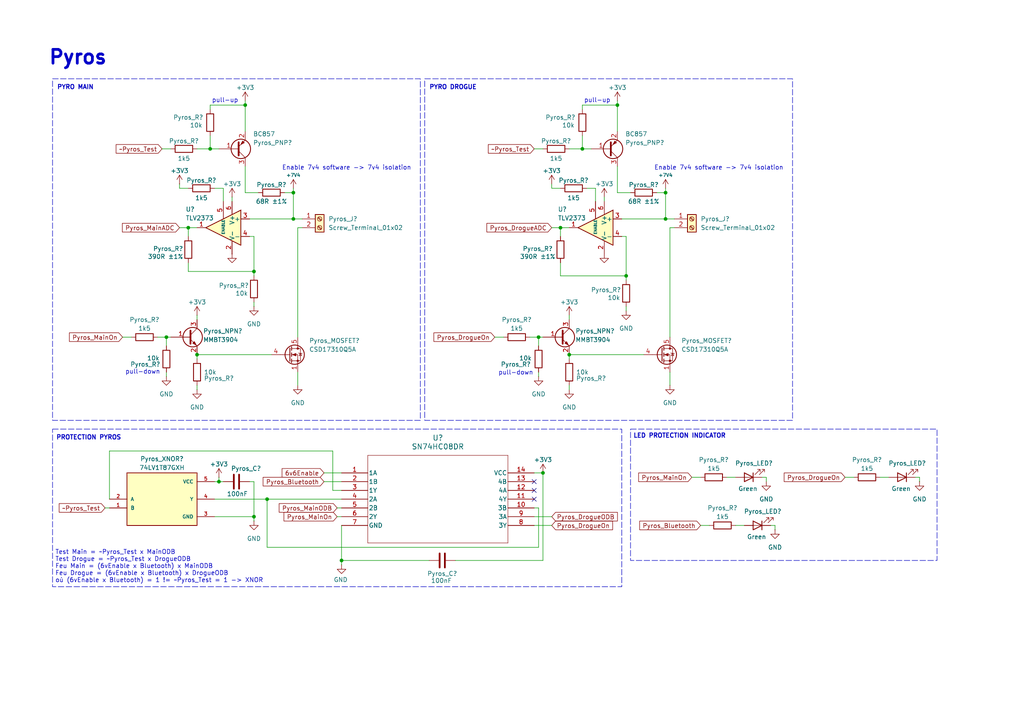
<source format=kicad_sch>
(kicad_sch (version 20231120) (generator "eeschema") (generator_version "8.0")
  (paper "A4")
  (title_block (title "Pyros") (date "2024-11-09") (company "GAUL"))
  (lib_symbols
    (symbol "Amplifier_Operational:OPA355NA" (pin_names (offset 0.127))
      (property "Reference" "U11A" (at 10.922 9.144 0))
      (property "Value" "TLV2373" (at 10.922 6.604 0))
      (symbol "OPA355NA_0_1"
        (polyline (pts (xy -5.08 5.08) (xy 5.08 0) (xy -5.08 -5.08) (xy -5.08 5.08)) (stroke (width 0.254)) (fill (type background)))
      )
      (symbol "OPA355NA_1_1"
        (pin output line (at 7.62 0 180) (length 2.54) (name "~") (number "1"))
        (pin power_in line (at -2.54 -7.62 90) (length 3.81) (name "V-") (number "2"))
        (pin input line (at -7.62 2.54 0) (length 2.54) (name "+") (number "3"))
        (pin input line (at -7.62 -2.54 0) (length 2.54) (name "-") (number "4"))
        (pin input line (at 0 7.62 270) (length 5.08) (name "ENABLE") (number "5"))
        (pin power_in line (at -2.54 7.62 270) (length 3.81) (name "V+") (number "6"))
      )
    )
    (symbol "Connector:Screw_Terminal_01x02" (pin_names (offset 1.016) hide)
      (property "Reference" "J" (at 0 2.54 0))
      (property "Value" "Screw_Terminal_01x02" (at 0 -5.08 0))
      (symbol "Screw_Terminal_01x02_1_1"
        (rectangle (start -1.27 1.27) (end 1.27 -3.81) (stroke (width 0.254)) (fill (type background)))
        (circle (center 0 -2.54) (radius 0.635) (stroke (width 0.1524)))
        (polyline (pts (xy -0.5334 -2.2098) (xy 0.3302 -3.048)) (stroke (width 0.1524)))
        (polyline (pts (xy -0.5334 0.3302) (xy 0.3302 -0.508)) (stroke (width 0.1524)))
        (polyline (pts (xy -0.3556 -2.032) (xy 0.508 -2.8702)) (stroke (width 0.1524)))
        (polyline (pts (xy -0.3556 0.508) (xy 0.508 -0.3302)) (stroke (width 0.1524)))
        (circle (center 0 0) (radius 0.635) (stroke (width 0.1524)))
        (pin passive line (at -5.08 0 0) (length 3.81) (name "Pin_1") (number "1"))
        (pin passive line (at -5.08 -2.54 0) (length 3.81) (name "Pin_2") (number "2"))
      )
    )
    (symbol "Device:C" (pin_numbers hide) (pin_names (offset 0.254))
      (property "Reference" "C" (at 0.635 2.54 0))
      (property "Value" "C" (at 0.635 -2.54 0))
      (symbol "C_0_1"
        (polyline (pts (xy -2.032 -0.762) (xy 2.032 -0.762)) (stroke (width 0.508)))
        (polyline (pts (xy -2.032 0.762) (xy 2.032 0.762)) (stroke (width 0.508)))
      )
      (symbol "C_1_1"
        (pin passive line (at 0 3.81 270) (length 2.794) (name "~") (number "1"))
        (pin passive line (at 0 -3.81 90) (length 2.794) (name "~") (number "2"))
      )
    )
    (symbol "Device:LED" (pin_numbers hide) (pin_names (offset 1.016) hide)
      (property "Reference" "D" (at 0 2.54 0))
      (property "Value" "LED" (at 0 -2.54 0))
      (symbol "LED_0_1"
        (polyline (pts (xy -1.27 -1.27) (xy -1.27 1.27)) (stroke (width 0.254)))
        (polyline (pts (xy -1.27 0) (xy 1.27 0)))
        (polyline (pts (xy 1.27 -1.27) (xy 1.27 1.27) (xy -1.27 0) (xy 1.27 -1.27)) (stroke (width 0.254)))
        (polyline (pts (xy -3.048 -0.762) (xy -4.572 -2.286) (xy -3.81 -2.286) (xy -4.572 -2.286) (xy -4.572 -1.524)))
        (polyline (pts (xy -1.778 -0.762) (xy -3.302 -2.286) (xy -2.54 -2.286) (xy -3.302 -2.286) (xy -3.302 -1.524)))
      )
      (symbol "LED_1_1"
        (pin passive line (at -3.81 0 0) (length 2.54) (name "K") (number "1"))
        (pin passive line (at 3.81 0 180) (length 2.54) (name "A") (number "2"))
      )
    )
    (symbol "Device:R" (pin_numbers hide) (pin_names (offset 0))
      (property "Reference" "R" (at 2.032 0 90))
      (property "Value" "R" (at 0 0 90))
      (symbol "R_0_1"
        (rectangle (start -1.016 -2.54) (end 1.016 2.54) (stroke (width 0.254)))
      )
      (symbol "R_1_1"
        (pin passive line (at 0 3.81 270) (length 1.27) (name "~") (number "1"))
        (pin passive line (at 0 -3.81 90) (length 1.27) (name "~") (number "2"))
      )
    )
    (symbol "ODB_Lib:74LV1T87GXH" (pin_names (offset 1.016))
      (property "Reference" "U" (at -0.762 10.16 0))
      (property "Value" "74LV1T87GXH" (at -6.35 8.128 0))
      (symbol "74LV1T87GXH_0_0"
        (rectangle (start -10.16 -7.62) (end 10.16 7.62) (stroke (width 0.254)) (fill (type background)))
        (pin input line (at -15.24 -2.54 0) (length 5.08) (name "B") (number "1"))
        (pin input line (at -15.24 0 0) (length 5.08) (name "A") (number "2"))
        (pin power_in line (at 15.24 -5.08 180) (length 5.08) (name "GND") (number "3"))
        (pin output line (at 15.24 0 180) (length 5.08) (name "Y") (number "4"))
        (pin power_in line (at 15.24 5.08 180) (length 5.08) (name "VCC") (number "5"))
      )
    )
    (symbol "ODB_Lib:SN74HC08DR" (pin_names (offset 0.254))
      (property "Reference" "U" (at 27.94 10.16 0))
      (property "Value" "SN74HC08DR" (at 27.94 7.62 0))
      (symbol "SN74HC08DR_0_1"
        (polyline (pts (xy 7.62 -20.32) (xy 48.26 -20.32)) (stroke (width 0.127)))
        (polyline (pts (xy 7.62 5.08) (xy 7.62 -20.32)) (stroke (width 0.127)))
        (polyline (pts (xy 48.26 -20.32) (xy 48.26 5.08)) (stroke (width 0.127)))
        (polyline (pts (xy 48.26 5.08) (xy 7.62 5.08)) (stroke (width 0.127)))
        (pin input line (at 0 0 0) (length 7.62) (name "1A") (number "1"))
        (pin input line (at 55.88 -10.16 180) (length 7.62) (name "3B") (number "10"))
        (pin output line (at 55.88 -7.62 180) (length 7.62) (name "4Y") (number "11"))
        (pin input line (at 55.88 -5.08 180) (length 7.62) (name "4A") (number "12"))
        (pin input line (at 55.88 -2.54 180) (length 7.62) (name "4B") (number "13"))
        (pin power_in line (at 55.88 0 180) (length 7.62) (name "VCC") (number "14"))
        (pin input line (at 0 -2.54 0) (length 7.62) (name "1B") (number "2"))
        (pin output line (at 0 -5.08 0) (length 7.62) (name "1Y") (number "3"))
        (pin input line (at 0 -7.62 0) (length 7.62) (name "2A") (number "4"))
        (pin input line (at 0 -10.16 0) (length 7.62) (name "2B") (number "5"))
        (pin output line (at 0 -12.7 0) (length 7.62) (name "2Y") (number "6"))
        (pin power_in line (at 0 -15.24 0) (length 7.62) (name "GND") (number "7"))
        (pin output line (at 55.88 -15.24 180) (length 7.62) (name "3Y") (number "8"))
        (pin input line (at 55.88 -12.7 180) (length 7.62) (name "3A") (number "9"))
      )
    )
    (symbol "Transistor_BJT:BC857" (pin_names (offset 0) hide)
      (property "Reference" "Q" (at 5.08 1.905 0))
      (property "Value" "BC857" (at 5.08 0 0))
      (symbol "BC857_0_1"
        (polyline (pts (xy 0.635 0.635) (xy 2.54 2.54)))
        (polyline (pts (xy 0.635 -0.635) (xy 2.54 -2.54) (xy 2.54 -2.54)))
        (polyline (pts (xy 0.635 1.905) (xy 0.635 -1.905) (xy 0.635 -1.905)) (stroke (width 0.508)))
        (polyline (pts (xy 2.286 -1.778) (xy 1.778 -2.286) (xy 1.27 -1.27) (xy 2.286 -1.778) (xy 2.286 -1.778)) (fill (type outline)))
        (circle (center 1.27 0) (radius 2.8194) (stroke (width 0.254)))
      )
      (symbol "BC857_1_1"
        (pin input line (at -5.08 0 0) (length 5.715) (name "B") (number "1"))
        (pin passive line (at 2.54 -5.08 90) (length 2.54) (name "E") (number "2"))
        (pin passive line (at 2.54 5.08 270) (length 2.54) (name "C") (number "3"))
      )
    )
    (symbol "Transistor_BJT:MMBT3904" (pin_names (offset 0) hide)
      (property "Reference" "Q" (at 5.08 1.905 0))
      (property "Value" "MMBT3904" (at 5.08 0 0))
      (symbol "MMBT3904_0_1"
        (polyline (pts (xy 0.635 0.635) (xy 2.54 2.54)))
        (polyline (pts (xy 0.635 -0.635) (xy 2.54 -2.54) (xy 2.54 -2.54)))
        (polyline (pts (xy 0.635 1.905) (xy 0.635 -1.905) (xy 0.635 -1.905)) (stroke (width 0.508)))
        (polyline (pts (xy 1.27 -1.778) (xy 1.778 -1.27) (xy 2.286 -2.286) (xy 1.27 -1.778) (xy 1.27 -1.778)) (fill (type outline)))
        (circle (center 1.27 0) (radius 2.8194) (stroke (width 0.254)))
      )
      (symbol "MMBT3904_1_1"
        (pin input line (at -5.08 0 0) (length 5.715) (name "B") (number "1"))
        (pin passive line (at 2.54 -5.08 90) (length 2.54) (name "E") (number "2"))
        (pin passive line (at 2.54 5.08 270) (length 2.54) (name "C") (number "3"))
      )
    )
    (symbol "Transistor_FET:CSD17310Q5A" (pin_names hide)
      (property "Reference" "Q" (at 5.08 1.905 0))
      (property "Value" "CSD17310Q5A" (at 5.08 0 0))
      (symbol "CSD17310Q5A_0_1"
        (polyline (pts (xy 0.254 0) (xy -2.54 0)))
        (polyline (pts (xy 0.254 1.905) (xy 0.254 -1.905)) (stroke (width 0.254)))
        (polyline (pts (xy 0.762 -1.27) (xy 0.762 -2.286)) (stroke (width 0.254)))
        (polyline (pts (xy 0.762 0.508) (xy 0.762 -0.508)) (stroke (width 0.254)))
        (polyline (pts (xy 0.762 2.286) (xy 0.762 1.27)) (stroke (width 0.254)))
        (polyline (pts (xy 2.54 2.54) (xy 2.54 1.778)))
        (polyline (pts (xy 2.54 -2.54) (xy 2.54 0) (xy 0.762 0)))
        (polyline (pts (xy 0.762 -1.778) (xy 3.302 -1.778) (xy 3.302 1.778) (xy 0.762 1.778)))
        (polyline (pts (xy 1.016 0) (xy 2.032 0.381) (xy 2.032 -0.381) (xy 1.016 0)) (fill (type outline)))
        (polyline (pts (xy 2.794 0.508) (xy 2.921 0.381) (xy 3.683 0.381) (xy 3.81 0.254)))
        (polyline (pts (xy 3.302 0.381) (xy 2.921 -0.254) (xy 3.683 -0.254) (xy 3.302 0.381)))
        (circle (center 1.651 0) (radius 2.794) (stroke (width 0.254)))
        (circle (center 2.54 -1.778) (radius 0.254) (fill (type outline)))
        (circle (center 2.54 1.778) (radius 0.254) (fill (type outline)))
      )
      (symbol "CSD17310Q5A_1_1"
        (pin passive line (at 2.54 -5.08 90) (length 2.54) (name "S") (number "1"))
        (pin passive line (at 2.54 -5.08 90) (length 2.54) hide (name "S") (number "2"))
        (pin passive line (at 2.54 -5.08 90) (length 2.54) hide (name "S") (number "3"))
        (pin passive line (at -5.08 0 0) (length 2.54) (name "G") (number "4"))
        (pin passive line (at 2.54 5.08 270) (length 2.54) (name "D") (number "5"))
      )
    )
    (symbol "power:+12V" (power) (pin_names (offset 0))
      (property "Value" "+12V" (at 0 3.556 0))
      (symbol "+12V_0_1"
        (polyline (pts (xy -0.762 1.27) (xy 0 2.54)))
        (polyline (pts (xy 0 0) (xy 0 2.54)))
        (polyline (pts (xy 0 2.54) (xy 0.762 1.27)))
      )
      (symbol "+12V_1_1"
        (pin power_in line (at 0 0 90) (length 0) hide (name "+12V") (number "1"))
      )
    )
    (symbol "power:+3V3" (power) (pin_numbers hide) (pin_names (offset 0) hide)
      (property "Value" "+3V3" (at 0 3.556 0))
      (symbol "+3V3_0_1"
        (polyline (pts (xy -0.762 1.27) (xy 0 2.54)))
        (polyline (pts (xy 0 0) (xy 0 2.54)))
        (polyline (pts (xy 0 2.54) (xy 0.762 1.27)))
      )
      (symbol "+3V3_1_1"
        (pin power_in line (at 0 0 90) (length 0) (name "~") (number "1"))
      )
    )
    (symbol "power:GND" (power) (pin_numbers hide) (pin_names (offset 0) hide)
      (property "Value" "GND" (at 0 -3.81 0))
      (symbol "GND_0_1"
        (polyline (pts (xy 0 0) (xy 0 -1.27) (xy 1.27 -1.27) (xy 0 -2.54) (xy -1.27 -1.27) (xy 0 -1.27)))
      )
      (symbol "GND_1_1"
        (pin power_in line (at 0 0 270) (length 0) (name "~") (number "1"))
      )
    )
  )
  (junction (at 162.56 66.04))
  (junction (at 179.07 30.48))
  (junction (at 85.09 55.88))
  (junction (at 71.12 30.48))
  (junction (at 60.96 43.18))
  (junction (at 63.5 139.7))
  (junction (at 165.1 102.87))
  (junction (at 54.61 66.04))
  (junction (at 77.47 144.78))
  (junction (at 193.04 63.5))
  (junction (at 85.09 63.5))
  (junction (at 156.21 97.79))
  (junction (at 99.06 162.56))
  (junction (at 57.15 102.87))
  (junction (at 73.66 78.74))
  (junction (at 48.26 97.79))
  (junction (at 168.91 43.18))
  (junction (at 181.61 80.01))
  (junction (at 157.48 137.16))
  (junction (at 73.66 149.86))
  (junction (at 193.04 55.88))
  (no_connect (at 154.94 139.7))
  (no_connect (at 154.94 144.78))
  (no_connect (at 154.94 142.24))
  (wire (pts (xy 203.2 152.4) (xy 205.74 152.4)))
  (wire (pts (xy 193.04 63.5) (xy 195.58 63.5)))
  (wire (pts (xy 60.96 39.37) (xy 60.96 43.18)))
  (wire (pts (xy 154.94 43.18) (xy 157.48 43.18)))
  (wire (pts (xy 181.61 80.01) (xy 181.61 81.28)))
  (wire (pts (xy 54.61 66.04) (xy 57.15 66.04)))
  (wire (pts (xy 193.04 55.88) (xy 193.04 63.5)))
  (wire (pts (xy 165.1 111.76) (xy 165.1 113.03)))
  (wire (pts (xy 99.06 162.56) (xy 124.46 162.56)))
  (wire (pts (xy 255.27 138.43) (xy 257.81 138.43)))
  (wire (pts (xy 62.23 149.86) (xy 73.66 149.86)))
  (wire (pts (xy 73.66 139.7) (xy 73.66 149.86)))
  (wire (pts (xy 99.06 152.4) (xy 99.06 162.56)))
  (wire (pts (xy 93.98 139.7) (xy 99.06 139.7)))
  (wire (pts (xy 57.15 91.44) (xy 57.15 92.71)))
  (wire (pts (xy 31.75 130.81) (xy 31.75 144.78)))
  (wire (pts (xy 154.94 147.32) (xy 156.21 147.32)))
  (wire (pts (xy 245.11 138.43) (xy 247.65 138.43)))
  (wire (pts (xy 45.72 97.79) (xy 48.26 97.79)))
  (wire (pts (xy 154.94 152.4) (xy 160.02 152.4)))
  (wire (pts (xy 96.52 130.81) (xy 96.52 142.24)))
  (wire (pts (xy 179.07 30.48) (xy 179.07 38.1)))
  (wire (pts (xy 62.23 144.78) (xy 77.47 144.78)))
  (wire (pts (xy 60.96 30.48) (xy 71.12 30.48)))
  (wire (pts (xy 222.25 138.43) (xy 222.25 139.7)))
  (wire (pts (xy 200.66 138.43) (xy 203.2 138.43)))
  (wire (pts (xy 57.15 102.87) (xy 78.74 102.87)))
  (wire (pts (xy 220.98 138.43) (xy 222.25 138.43)))
  (wire (pts (xy 73.66 88.9) (xy 73.66 87.63)))
  (wire (pts (xy 168.91 31.75) (xy 168.91 30.48)))
  (wire (pts (xy 86.36 107.95) (xy 86.36 111.76)))
  (wire (pts (xy 154.94 149.86) (xy 160.02 149.86)))
  (wire (pts (xy 71.12 55.88) (xy 74.93 55.88)))
  (wire (pts (xy 30.48 147.32) (xy 31.75 147.32)))
  (wire (pts (xy 85.09 63.5) (xy 87.63 63.5)))
  (wire (pts (xy 85.09 54.61) (xy 85.09 55.88)))
  (wire (pts (xy 156.21 107.95) (xy 156.21 109.22)))
  (wire (pts (xy 143.51 97.79) (xy 146.05 97.79)))
  (wire (pts (xy 46.99 43.18) (xy 49.53 43.18)))
  (wire (pts (xy 168.91 43.18) (xy 171.45 43.18)))
  (wire (pts (xy 165.1 102.87) (xy 186.69 102.87)))
  (wire (pts (xy 265.43 138.43) (xy 266.7 138.43)))
  (wire (pts (xy 54.61 78.74) (xy 73.66 78.74)))
  (wire (pts (xy 85.09 55.88) (xy 85.09 63.5)))
  (wire (pts (xy 62.23 139.7) (xy 63.5 139.7)))
  (wire (pts (xy 156.21 147.32) (xy 156.21 158.75)))
  (wire (pts (xy 224.79 152.4) (xy 224.79 153.67)))
  (wire (pts (xy 165.1 102.87) (xy 165.1 104.14)))
  (wire (pts (xy 86.36 97.79) (xy 86.36 66.04)))
  (wire (pts (xy 153.67 97.79) (xy 156.21 97.79)))
  (wire (pts (xy 97.79 149.86) (xy 99.06 149.86)))
  (wire (pts (xy 168.91 39.37) (xy 168.91 43.18)))
  (wire (pts (xy 190.5 55.88) (xy 193.04 55.88)))
  (wire (pts (xy 64.77 54.61) (xy 64.77 58.42)))
  (wire (pts (xy 73.66 149.86) (xy 73.66 151.13)))
  (wire (pts (xy 157.48 137.16) (xy 154.94 137.16)))
  (wire (pts (xy 73.66 68.58) (xy 73.66 78.74)))
  (wire (pts (xy 170.18 54.61) (xy 172.72 54.61)))
  (wire (pts (xy 162.56 66.04) (xy 162.56 68.58)))
  (wire (pts (xy 156.21 97.79) (xy 156.21 100.33)))
  (wire (pts (xy 160.02 66.04) (xy 162.56 66.04)))
  (wire (pts (xy 165.1 43.18) (xy 168.91 43.18)))
  (wire (pts (xy 194.31 107.95) (xy 194.31 111.76)))
  (wire (pts (xy 52.07 54.61) (xy 54.61 54.61)))
  (wire (pts (xy 156.21 158.75) (xy 77.47 158.75)))
  (wire (pts (xy 181.61 68.58) (xy 181.61 80.01)))
  (wire (pts (xy 48.26 97.79) (xy 49.53 97.79)))
  (wire (pts (xy 213.36 152.4) (xy 215.9 152.4)))
  (wire (pts (xy 57.15 43.18) (xy 60.96 43.18)))
  (wire (pts (xy 99.06 142.24) (xy 96.52 142.24)))
  (wire (pts (xy 160.02 54.61) (xy 162.56 54.61)))
  (wire (pts (xy 54.61 66.04) (xy 54.61 68.58)))
  (wire (pts (xy 93.98 137.16) (xy 99.06 137.16)))
  (wire (pts (xy 77.47 144.78) (xy 77.47 158.75)))
  (wire (pts (xy 162.56 80.01) (xy 181.61 80.01)))
  (wire (pts (xy 71.12 30.48) (xy 71.12 38.1)))
  (wire (pts (xy 194.31 97.79) (xy 194.31 66.04)))
  (wire (pts (xy 72.39 139.7) (xy 73.66 139.7)))
  (wire (pts (xy 57.15 102.87) (xy 57.15 104.14)))
  (wire (pts (xy 96.52 130.81) (xy 31.75 130.81)))
  (wire (pts (xy 194.31 66.04) (xy 195.58 66.04)))
  (wire (pts (xy 57.15 111.76) (xy 57.15 113.03)))
  (wire (pts (xy 179.07 48.26) (xy 179.07 55.88)))
  (wire (pts (xy 67.31 57.15) (xy 67.31 58.42)))
  (wire (pts (xy 156.21 97.79) (xy 157.48 97.79)))
  (wire (pts (xy 165.1 91.44) (xy 165.1 92.71)))
  (wire (pts (xy 223.52 152.4) (xy 224.79 152.4)))
  (wire (pts (xy 63.5 139.7) (xy 64.77 139.7)))
  (wire (pts (xy 172.72 54.61) (xy 172.72 58.42)))
  (wire (pts (xy 71.12 48.26) (xy 71.12 55.88)))
  (wire (pts (xy 175.26 57.15) (xy 175.26 58.42)))
  (wire (pts (xy 168.91 30.48) (xy 179.07 30.48)))
  (wire (pts (xy 54.61 76.2) (xy 54.61 78.74)))
  (wire (pts (xy 60.96 31.75) (xy 60.96 30.48)))
  (wire (pts (xy 162.56 76.2) (xy 162.56 80.01)))
  (wire (pts (xy 160.02 53.34) (xy 160.02 54.61)))
  (wire (pts (xy 179.07 29.21) (xy 179.07 30.48)))
  (wire (pts (xy 82.55 55.88) (xy 85.09 55.88)))
  (wire (pts (xy 132.08 162.56) (xy 157.48 162.56)))
  (wire (pts (xy 48.26 107.95) (xy 48.26 109.22)))
  (wire (pts (xy 48.26 97.79) (xy 48.26 100.33)))
  (wire (pts (xy 72.39 63.5) (xy 85.09 63.5)))
  (wire (pts (xy 52.07 66.04) (xy 54.61 66.04)))
  (wire (pts (xy 60.96 43.18) (xy 63.5 43.18)))
  (wire (pts (xy 52.07 53.34) (xy 52.07 54.61)))
  (wire (pts (xy 210.82 138.43) (xy 213.36 138.43)))
  (wire (pts (xy 77.47 144.78) (xy 99.06 144.78)))
  (wire (pts (xy 73.66 78.74) (xy 73.66 80.01)))
  (wire (pts (xy 157.48 137.16) (xy 157.48 162.56)))
  (wire (pts (xy 266.7 138.43) (xy 266.7 139.7)))
  (wire (pts (xy 99.06 162.56) (xy 99.06 163.83)))
  (wire (pts (xy 35.56 97.79) (xy 38.1 97.79)))
  (wire (pts (xy 63.5 139.7) (xy 63.5 138.43)))
  (wire (pts (xy 179.07 55.88) (xy 182.88 55.88)))
  (wire (pts (xy 73.66 68.58) (xy 72.39 68.58)))
  (wire (pts (xy 181.61 68.58) (xy 180.34 68.58)))
  (wire (pts (xy 62.23 54.61) (xy 64.77 54.61)))
  (wire (pts (xy 71.12 29.21) (xy 71.12 30.48)))
  (wire (pts (xy 193.04 54.61) (xy 193.04 55.88)))
  (wire (pts (xy 97.79 147.32) (xy 99.06 147.32)))
  (wire (pts (xy 86.36 66.04) (xy 87.63 66.04)))
  (wire (pts (xy 180.34 63.5) (xy 193.04 63.5)))
  (wire (pts (xy 181.61 90.17) (xy 181.61 88.9)))
  (wire (pts (xy 162.56 66.04) (xy 165.1 66.04)))
  (rectangle (start 123.19 22.86) (end 229.87 121.92) (stroke (width 0) (type dash)))
  (rectangle (start 15.24 22.86) (end 121.92 121.92) (stroke (width 0) (type dash)))
  (rectangle (start 15.24 124.46) (end 180.34 170.18) (stroke (width 0) (type dash)))
  (rectangle (start 182.88 124.46) (end 271.78 162.56) (stroke (width 0) (type dash)))
  (text "PYRO DROGUE" (at 124.46 26.162 0) (effects (font (size 1.27 1.27) (thickness 0.254) (bold yes)) (justify left bottom)))
  (text "pull-up" (at 65.278 29.21 0) (effects (font (size 1.27 1.27))))
  (text "Pyros" (at 22.606 16.764 0) (effects (font (size 4 4) (thickness 0.8) (bold yes))))
  (text "Enable 7v4 software -> 7v4 isolation" (at 189.738 48.768 0) (effects (font (size 1.27 1.27)) (justify left)))
  (text "pull-down" (at 41.402 107.95 0) (effects (font (size 1.27 1.27))))
  (text "pull-down" (at 149.606 108.204 0) (effects (font (size 1.27 1.27))))
  (text "Enable 7v4 software -> 7v4 isolation" (at 81.788 48.768 0) (effects (font (size 1.27 1.27)) (justify left)))
  (text "LED PROTECTION INDICATOR" (at 183.642 127.254 0) (effects (font (size 1.27 1.27) (thickness 0.254) (bold yes)) (justify left bottom)))
  (text "PROTECTION PYROS" (at 16.256 127.762 0) (effects (font (size 1.27 1.27) (thickness 0.254) (bold yes)) (justify left bottom)))
  (text "Test Main = ~Pyros_Test x MainODB\nTest Drogue = ~Pyros_Test x DrogueODB\nFeu Main = (6vEnable x Bluetooth) x MainODB\nFeu Drogue = (6vEnable x Bluetooth) x DrogueODB\noù (6vEnable x Bluetooth) = 1 != ~Pyros_Test = 1 -> XNOR" (at 16.002 164.338 0) (effects (font (size 1.27 1.27)) (justify left)))
  (text "pull-up" (at 173.228 29.21 0) (effects (font (size 1.27 1.27))))
  (text "PYRO MAIN" (at 16.51 26.162 0) (effects (font (size 1.27 1.27) (thickness 0.254) (bold yes)) (justify left bottom)))
  (global_label "Pyros_DrogueOn" (shape input) (at 245.11 138.43 180) (property "Intersheetrefs" "${INTERSHEET_REFS}" (effects (hide yes))))
  (global_label "~Pyros_Test" (shape input) (at 46.99 43.18 180) (property "Intersheetrefs" "${INTERSHEET_REFS}" (effects (hide yes))))
  (global_label "Pyros_MainOn" (shape input) (at 97.79 149.86 180) (property "Intersheetrefs" "${INTERSHEET_REFS}" (effects (hide yes))))
  (global_label "~Pyros_Test" (shape input) (at 154.94 43.18 180) (property "Intersheetrefs" "${INTERSHEET_REFS}" (effects (hide yes))))
  (global_label "Pyros_DrogueOn" (shape input) (at 160.02 152.4 0) (property "Intersheetrefs" "${INTERSHEET_REFS}" (effects (hide yes))))
  (global_label "Pyros_MainADC" (shape input) (at 52.07 66.04 180) (property "Intersheetrefs" "${INTERSHEET_REFS}" (effects (hide yes))))
  (global_label "Pyros_DrogueOn" (shape input) (at 143.51 97.79 180) (property "Intersheetrefs" "${INTERSHEET_REFS}" (effects (hide yes))))
  (global_label "6v6Enable" (shape input) (at 93.98 137.16 180) (property "Intersheetrefs" "${INTERSHEET_REFS}" (effects (hide yes))))
  (global_label "Pyros_MainOn" (shape input) (at 35.56 97.79 180) (property "Intersheetrefs" "${INTERSHEET_REFS}" (effects (hide yes))))
  (global_label "Pyros_MainOn" (shape input) (at 200.66 138.43 180) (property "Intersheetrefs" "${INTERSHEET_REFS}" (effects (hide yes))))
  (global_label "Pyros_DrogueODB" (shape input) (at 160.02 149.86 0) (property "Intersheetrefs" "${INTERSHEET_REFS}" (effects (hide yes))))
  (global_label "~Pyros_Test" (shape input) (at 30.48 147.32 180) (property "Intersheetrefs" "${INTERSHEET_REFS}" (effects (hide yes))))
  (global_label "Pyros_Bluetooth" (shape input) (at 203.2 152.4 180) (property "Intersheetrefs" "${INTERSHEET_REFS}" (effects (hide yes))))
  (global_label "Pyros_MainODB" (shape input) (at 97.79 147.32 180) (property "Intersheetrefs" "${INTERSHEET_REFS}" (effects (hide yes))))
  (global_label "Pyros_DrogueADC" (shape input) (at 160.02 66.04 180) (property "Intersheetrefs" "${INTERSHEET_REFS}" (effects (hide yes))))
  (global_label "Pyros_Bluetooth" (shape input) (at 93.98 139.7 180) (property "Intersheetrefs" "${INTERSHEET_REFS}" (effects (hide yes))))
  (symbol (lib_id "Transistor_BJT:MMBT3904") (at 54.61 97.79 0) (unit 1)
    (property "Reference" "Pyros_NPN?" (at 58.928 96.012 0) (effects (justify left)))
    (property "Value" "MMBT3904" (at 58.928 98.552 0) (effects (justify left)))
    (property "Footprint" "Package_TO_SOT_SMD:SOT-23" (effects (hide yes)))
    (property "Datasheet" "https://www.onsemi.com/pdf/datasheet/pzt3904-d.pdf" (effects (hide yes)))
    (property "Description" "0.2A Ic, 40V Vce, Small Signal NPN Transistor, SOT-23" (effects (hide yes)))
  )
  (symbol (lib_id "Device:LED") (at 217.17 138.43 180) (unit 1)
    (property "Reference" "Pyros_LED?" (at 218.694 134.366 0))
    (property "Value" "Green" (at 216.916 141.732 0))
    (property "Footprint" "LED_SMD:LED_0805_2012Metric" (effects (hide yes)))
    (property "Description" "Light emitting diode" (effects (hide yes)))
  )
  (symbol (lib_id "Transistor_BJT:BC857") (at 68.58 43.18 0) (mirror x) (unit 1)
    (property "Reference" "Pyros_PNP?" (at 73.406 41.402 0) (effects (justify left)))
    (property "Value" "BC857" (at 73.406 38.862 0) (effects (justify left)))
    (property "Footprint" "Package_TO_SOT_SMD:SOT-23" (effects (hide yes)))
    (property "Datasheet" "https://www.onsemi.com/pub/Collateral/BC860-D.pdf" (effects (hide yes)))
    (property "Description" "0.1A Ic, 45V Vce, PNP Transistor, SOT-23" (effects (hide yes)))
  )
  (symbol (lib_id "Device:R") (at 41.91 97.79 270) (unit 1)
    (property "Reference" "Pyros_R?" (at 41.91 92.71 90))
    (property "Value" "1k5" (at 41.91 95.25 90))
    (property "Footprint" "Resistor_SMD:R_0805_2012Metric" (effects (hide yes)))
    (property "Description" "Resistor" (effects (hide yes)))
  )
  (symbol (lib_id "Device:R") (at 165.1 107.95 180) (unit 1)
    (property "Reference" "Pyros_R?" (at 171.45 109.728 0))
    (property "Value" "10k" (at 168.91 107.95 0))
    (property "Footprint" "Resistor_SMD:R_0805_2012Metric" (effects (hide yes)))
    (property "Description" "Resistor" (effects (hide yes)))
  )
  (symbol (lib_id "Transistor_FET:CSD17310Q5A") (at 83.82 102.87 0) (unit 1)
    (property "Reference" "Pyros_MOSFET?" (at 89.662 98.806 0) (effects (justify left)))
    (property "Value" "CSD17310Q5A" (at 89.662 101.346 0) (effects (justify left)))
    (property "Footprint" "Package_TO_SOT_SMD:TDSON-8-1" (effects (hide yes)))
    (property "Datasheet" "http://www.ti.com/lit/gpn/csd17310q5a" (effects (hide yes)))
    (property "Description" "100A Id, 30V Vds, NexFET N-Channel Power MOSFET, 5.9mOhm Ron, Qg (typ) 8.9nC, SON8 5x6mm" (effects (hide yes)))
  )
  (symbol (lib_id "Device:R") (at 58.42 54.61 90) (mirror x) (unit 1)
    (property "Reference" "Pyros_R?" (at 58.42 52.324 90))
    (property "Value" "1k5" (at 58.42 57.404 90))
    (property "Footprint" "Resistor_SMD:R_0805_2012Metric" (effects (hide yes)))
    (property "Description" "Resistor" (effects (hide yes)))
  )
  (symbol (lib_id "Device:R") (at 162.56 72.39 180) (unit 1)
    (property "Reference" "Pyros_R?" (at 155.956 72.136 0))
    (property "Value" "390R ±1%" (at 155.956 74.422 0))
    (property "Footprint" "Resistor_SMD:R_0805_2012Metric" (effects (hide yes)))
    (property "Description" "Resistor" (effects (hide yes)))
  )
  (symbol (lib_id "power:GND") (at 181.61 90.17 0) (unit 1)
    (property "Reference" "#PWR?" (effects (hide yes)))
    (property "Value" "GND" (at 181.61 95.25 0))
    (property "Description" "Power symbol creates a global label with name \"GND\" , ground" (effects (hide yes)))
  )
  (symbol (lib_id "Device:R") (at 54.61 72.39 180) (unit 1)
    (property "Reference" "Pyros_R?" (at 48.768 72.136 0))
    (property "Value" "390R ±1%" (at 48.006 74.422 0))
    (property "Footprint" "Resistor_SMD:R_0805_2012Metric" (effects (hide yes)))
    (property "Description" "Resistor" (effects (hide yes)))
  )
  (symbol (lib_id "power:+3V3") (at 165.1 91.44 0) (unit 1)
    (property "Reference" "#PWR?" (effects (hide yes)))
    (property "Value" "+3V3" (at 165.1 87.63 0))
    (property "Description" "Power symbol creates a global label with name \"+3V3\"" (effects (hide yes)))
  )
  (symbol (lib_id "power:GND") (at 57.15 113.03 0) (unit 1)
    (property "Reference" "#PWR?" (effects (hide yes)))
    (property "Value" "GND" (at 57.15 118.11 0))
    (property "Description" "Power symbol creates a global label with name \"GND\" , ground" (effects (hide yes)))
  )
  (symbol (lib_id "power:+3V3") (at 160.02 53.34 0) (unit 1)
    (property "Reference" "#PWR?" (effects (hide yes)))
    (property "Value" "+3V3" (at 160.02 49.53 0))
    (property "Description" "Power symbol creates a global label with name \"+3V3\"" (effects (hide yes)))
  )
  (symbol (lib_id "Device:R") (at 166.37 54.61 90) (mirror x) (unit 1)
    (property "Reference" "Pyros_R?" (at 166.37 52.324 90))
    (property "Value" "1k5" (at 166.37 57.404 90))
    (property "Footprint" "Resistor_SMD:R_0805_2012Metric" (effects (hide yes)))
    (property "Description" "Resistor" (effects (hide yes)))
  )
  (symbol (lib_id "power:GND") (at 175.26 73.66 0) (unit 1)
    (property "Reference" "#PWR?" (effects (hide yes)))
    (property "Value" "GND" (effects (hide yes)))
    (property "Description" "Power symbol creates a global label with name \"GND\" , ground" (effects (hide yes)))
  )
  (symbol (lib_id "Device:R") (at 73.66 83.82 0) (unit 1)
    (property "Reference" "Pyros_R?" (at 67.818 82.804 0))
    (property "Value" "10k" (at 70.104 85.09 0))
    (property "Footprint" "Resistor_SMD:R_0805_2012Metric" (effects (hide yes)))
    (property "Description" "Resistor" (effects (hide yes)))
  )
  (symbol (lib_id "power:GND") (at 48.26 109.22 0) (unit 1)
    (property "Reference" "#PWR?" (effects (hide yes)))
    (property "Value" "GND" (at 48.26 114.3 0))
    (property "Description" "Power symbol creates a global label with name \"GND\" , ground" (effects (hide yes)))
  )
  (symbol (lib_id "power:+3V3") (at 179.07 29.21 0) (unit 1)
    (property "Reference" "#PWR?" (effects (hide yes)))
    (property "Value" "+3V3" (at 179.07 25.4 0))
    (property "Description" "Power symbol creates a global label with name \"+3V3\"" (effects (hide yes)))
  )
  (symbol (lib_id "power:GND") (at 67.31 73.66 0) (unit 1)
    (property "Reference" "#PWR?" (effects (hide yes)))
    (property "Value" "GND" (effects (hide yes)))
    (property "Description" "Power symbol creates a global label with name \"GND\" , ground" (effects (hide yes)))
  )
  (symbol (lib_id "Transistor_FET:CSD17310Q5A") (at 191.77 102.87 0) (unit 1)
    (property "Reference" "Pyros_MOSFET?" (at 197.612 98.806 0) (effects (justify left)))
    (property "Value" "CSD17310Q5A" (at 197.612 101.346 0) (effects (justify left)))
    (property "Footprint" "Package_TO_SOT_SMD:TDSON-8-1" (effects (hide yes)))
    (property "Datasheet" "http://www.ti.com/lit/gpn/csd17310q5a" (effects (hide yes)))
    (property "Description" "100A Id, 30V Vds, NexFET N-Channel Power MOSFET, 5.9mOhm Ron, Qg (typ) 8.9nC, SON8 5x6mm" (effects (hide yes)))
  )
  (symbol (lib_id "Device:R") (at 48.26 104.14 180) (unit 1)
    (property "Reference" "Pyros_R?" (at 42.164 105.664 0))
    (property "Value" "10k" (at 44.45 103.886 0))
    (property "Footprint" "Resistor_SMD:R_0805_2012Metric" (effects (hide yes)))
    (property "Description" "Resistor" (effects (hide yes)))
  )
  (symbol (lib_id "Amplifier_Operational:OPA355NA") (at 64.77 66.04 0) (mirror y) (unit 1)
    (property "Reference" "U?" (at 53.848 60.706 0) (effects (justify right)))
    (property "Value" "TLV2373" (at 53.848 63.246 0) (effects (justify right)))
    (property "Footprint" "Package_TO_SOT_SMD:SOT-23-6" (effects (hide yes)))
    (property "Datasheet" "http://www.ti.com/lit/ds/symlink/tlv2375.pdf" (effects (hide yes)))
    (property "Description" "3MHz, CMOS, Operational amplifier, with shutdown, SOT-23-6" (effects (hide yes)))
  )
  (symbol (lib_id "power:GND") (at 73.66 151.13 0) (unit 1)
    (property "Reference" "#PWR?" (effects (hide yes)))
    (property "Value" "GND" (at 73.66 156.21 0))
    (property "Description" "Power symbol creates a global label with name \"GND\" , ground" (effects (hide yes)))
  )
  (symbol (lib_id "Amplifier_Operational:OPA355NA") (at 172.72 66.04 0) (mirror y) (unit 1)
    (property "Reference" "U?" (at 161.798 60.706 0) (effects (justify right)))
    (property "Value" "TLV2373" (at 161.798 63.246 0) (effects (justify right)))
    (property "Footprint" "Package_TO_SOT_SMD:SOT-23-6" (effects (hide yes)))
    (property "Datasheet" "http://www.ti.com/lit/ds/symlink/tlv2375.pdf" (effects (hide yes)))
    (property "Description" "3MHz, CMOS, Operational amplifier, with shutdown, SOT-23-6" (effects (hide yes)))
  )
  (symbol (lib_id "Device:LED") (at 219.71 152.4 180) (unit 1)
    (property "Reference" "Pyros_LED?" (at 221.234 148.336 0))
    (property "Value" "Green" (at 219.456 155.702 0))
    (property "Footprint" "LED_SMD:LED_0805_2012Metric" (effects (hide yes)))
    (property "Description" "Light emitting diode" (effects (hide yes)))
  )
  (symbol (lib_id "power:+3V3") (at 67.31 57.15 0) (unit 1)
    (property "Reference" "#PWR?" (effects (hide yes)))
    (property "Value" "+3V3" (at 67.31 53.34 0))
    (property "Description" "Power symbol creates a global label with name \"+3V3\"" (effects (hide yes)))
  )
  (symbol (lib_id "Device:C") (at 68.58 139.7 270) (unit 1)
    (property "Reference" "Pyros_C?" (at 71.374 135.89 90))
    (property "Value" "100nF" (at 68.834 143.256 90))
    (property "Footprint" "Capacitor_SMD:C_0805_2012Metric" (effects (hide yes)))
    (property "Description" "Unpolarized capacitor" (effects (hide yes)))
  )
  (symbol (lib_id "Device:R") (at 186.69 55.88 90) (unit 1)
    (property "Reference" "Pyros_R?" (at 186.69 53.594 90))
    (property "Value" "68R ±1%" (at 186.69 58.42 90))
    (property "Footprint" "Resistor_SMD:R_0805_2012Metric" (effects (hide yes)))
    (property "Description" "Resistor" (effects (hide yes)))
  )
  (symbol (lib_id "power:GND") (at 156.21 109.22 0) (unit 1)
    (property "Reference" "#PWR?" (effects (hide yes)))
    (property "Value" "GND" (at 156.21 114.3 0))
    (property "Description" "Power symbol creates a global label with name \"GND\" , ground" (effects (hide yes)))
  )
  (symbol (lib_id "power:+3V3") (at 157.48 137.16 0) (unit 1)
    (property "Reference" "#PWR?" (effects (hide yes)))
    (property "Value" "+3V3" (at 157.48 133.35 0))
    (property "Description" "Power symbol creates a global label with name \"+3V3\"" (effects (hide yes)))
  )
  (symbol (lib_id "power:GND") (at 99.06 163.83 0) (unit 1)
    (property "Reference" "#PWR?" (effects (hide yes)))
    (property "Value" "GND" (at 98.806 168.148 0))
    (property "Description" "Power symbol creates a global label with name \"GND\" , ground" (effects (hide yes)))
  )
  (symbol (lib_id "Device:R") (at 149.86 97.79 270) (unit 1)
    (property "Reference" "Pyros_R?" (at 149.86 92.71 90))
    (property "Value" "1k5" (at 149.86 95.25 90))
    (property "Footprint" "Resistor_SMD:R_0805_2012Metric" (effects (hide yes)))
    (property "Description" "Resistor" (effects (hide yes)))
  )
  (symbol (lib_id "power:+12V") (at 193.04 54.61 0) (unit 1)
    (property "Reference" "#PWR080" (effects (hide yes)))
    (property "Value" "+7V4" (at 193.04 50.8 0) (effects (font (size 1 1))))
  )
  (symbol (lib_id "Device:R") (at 161.29 43.18 270) (unit 1)
    (property "Reference" "Pyros_R?" (at 161.29 40.894 90))
    (property "Value" "1k5" (at 161.29 45.974 90))
    (property "Footprint" "Resistor_SMD:R_0805_2012Metric" (effects (hide yes)))
    (property "Description" "Resistor" (effects (hide yes)))
  )
  (symbol (lib_id "power:GND") (at 222.25 139.7 0) (unit 1)
    (property "Reference" "#PWR?" (effects (hide yes)))
    (property "Value" "GND" (at 222.25 144.78 0))
    (property "Description" "Power symbol creates a global label with name \"GND\" , ground" (effects (hide yes)))
  )
  (symbol (lib_id "power:+3V3") (at 63.5 138.43 0) (unit 1)
    (property "Reference" "#PWR?" (effects (hide yes)))
    (property "Value" "+3V3" (at 63.5 134.62 0))
    (property "Description" "Power symbol creates a global label with name \"+3V3\"" (effects (hide yes)))
  )
  (symbol (lib_id "Device:R") (at 181.61 85.09 0) (unit 1)
    (property "Reference" "Pyros_R?" (at 175.768 84.074 0))
    (property "Value" "10k" (at 178.054 86.36 0))
    (property "Footprint" "Resistor_SMD:R_0805_2012Metric" (effects (hide yes)))
    (property "Description" "Resistor" (effects (hide yes)))
  )
  (symbol (lib_id "power:GND") (at 86.36 111.76 0) (unit 1)
    (property "Reference" "#PWR?" (effects (hide yes)))
    (property "Value" "GND" (at 86.36 116.84 0))
    (property "Description" "Power symbol creates a global label with name \"GND\" , ground" (effects (hide yes)))
  )
  (symbol (lib_id "Device:R") (at 57.15 107.95 180) (unit 1)
    (property "Reference" "Pyros_R?" (at 63.5 109.728 0))
    (property "Value" "10k" (at 60.96 107.95 0))
    (property "Footprint" "Resistor_SMD:R_0805_2012Metric" (effects (hide yes)))
    (property "Description" "Resistor" (effects (hide yes)))
  )
  (symbol (lib_id "power:+12V") (at 85.09 54.61 0) (unit 1)
    (property "Reference" "#PWR077" (effects (hide yes)))
    (property "Value" "+7V4" (at 85.09 50.8 0) (effects (font (size 1 1))))
  )
  (symbol (lib_id "power:GND") (at 73.66 88.9 0) (unit 1)
    (property "Reference" "#PWR?" (effects (hide yes)))
    (property "Value" "GND" (at 73.66 93.98 0))
    (property "Description" "Power symbol creates a global label with name \"GND\" , ground" (effects (hide yes)))
  )
  (symbol (lib_id "Device:R") (at 156.21 104.14 180) (unit 1)
    (property "Reference" "Pyros_R?" (at 149.606 105.664 0))
    (property "Value" "10k" (at 152.4 103.886 0))
    (property "Footprint" "Resistor_SMD:R_0805_2012Metric" (effects (hide yes)))
    (property "Description" "Resistor" (effects (hide yes)))
  )
  (symbol (lib_id "Device:R") (at 53.34 43.18 270) (unit 1)
    (property "Reference" "Pyros_R?" (at 53.34 40.894 90))
    (property "Value" "1k5" (at 53.34 45.974 90))
    (property "Footprint" "Resistor_SMD:R_0805_2012Metric" (effects (hide yes)))
    (property "Description" "Resistor" (effects (hide yes)))
  )
  (symbol (lib_id "power:+3V3") (at 52.07 53.34 0) (unit 1)
    (property "Reference" "#PWR?" (effects (hide yes)))
    (property "Value" "+3V3" (at 52.07 49.53 0))
    (property "Description" "Power symbol creates a global label with name \"+3V3\"" (effects (hide yes)))
  )
  (symbol (lib_id "power:GND") (at 266.7 139.7 0) (unit 1)
    (property "Reference" "#PWR?" (effects (hide yes)))
    (property "Value" "GND" (at 266.7 144.78 0))
    (property "Description" "Power symbol creates a global label with name \"GND\" , ground" (effects (hide yes)))
  )
  (symbol (lib_id "Transistor_BJT:BC857") (at 176.53 43.18 0) (mirror x) (unit 1)
    (property "Reference" "Pyros_PNP?" (at 181.356 41.402 0) (effects (justify left)))
    (property "Value" "BC857" (at 181.356 38.862 0) (effects (justify left)))
    (property "Footprint" "Package_TO_SOT_SMD:SOT-23" (effects (hide yes)))
    (property "Datasheet" "https://www.onsemi.com/pub/Collateral/BC860-D.pdf" (effects (hide yes)))
    (property "Description" "0.1A Ic, 45V Vce, PNP Transistor, SOT-23" (effects (hide yes)))
  )
  (symbol (lib_id "ODB_Lib:74LV1T87GXH") (at 46.99 144.78 0) (unit 1)
    (property "Reference" "Pyros_XNOR?" (at 46.99 133.096 0))
    (property "Value" "74LV1T87GXH" (at 46.99 135.636 0))
    (property "Footprint" "Library:IC_74LV1T87GXH" (effects (hide yes)))
    (property "DigiKey_Part_Number" "1727-7781-2-ND" (effects (hide yes)))
    (property "SnapEDA_Link" "https://www.snapeda.com/parts/74LV1T87GXH/Nexperia/view-part/?ref=snap" (effects (hide yes)))
    (property "MAXIMUM_PACKAGE_HEIGHT" "0.35mm" (effects (hide yes)))
    (property "Package" "X2SON5-5 Nexperia USA Inc." (effects (hide yes)))
    (property "Check_prices" "https://www.snapeda.com/parts/74LV1T87GXH/Nexperia/view-part/?ref=eda" (effects (hide yes)))
    (property "STANDARD" "Manufacturer Recommendations" (effects (hide yes)))
    (property "PARTREV" "4" (effects (hide yes)))
    (property "MF" "Nexperia" (effects (hide yes)))
    (property "MP" "74LV1T87GXH" (effects (hide yes)))
    (property "Description_1" "\n                        \n                            XNOR Gate 1-Element 2-IN CMOS Automotive 5-Pin X2SON EP T/R\n                        \n" (effects (hide yes)))
    (property "MANUFACTURER" "Nexperia" (effects (hide yes)))
    (property "SNAPEDA_PN" "74LV1T87GXH" (effects (hide yes)))
  )
  (symbol (lib_id "power:+3V3") (at 71.12 29.21 0) (unit 1)
    (property "Reference" "#PWR?" (effects (hide yes)))
    (property "Value" "+3V3" (at 71.12 25.4 0))
    (property "Description" "Power symbol creates a global label with name \"+3V3\"" (effects (hide yes)))
  )
  (symbol (lib_id "power:GND") (at 224.79 153.67 0) (unit 1)
    (property "Reference" "#PWR?" (effects (hide yes)))
    (property "Value" "GND" (at 224.79 158.75 0))
    (property "Description" "Power symbol creates a global label with name \"GND\" , ground" (effects (hide yes)))
  )
  (symbol (lib_id "Connector:Screw_Terminal_01x02") (at 200.66 63.5 0) (unit 1)
    (property "Reference" "Pyros_J?" (at 203.2 63.4999 0) (effects (justify left)))
    (property "Value" "Screw_Terminal_01x02" (at 203.2 66.0399 0) (effects (justify left)))
    (property "Footprint" "TerminalBlock_RND:TerminalBlock_RND_205-00012_1x02_P5.00mm_Horizontal" (effects (hide yes)))
    (property "Description" "Generic screw terminal, single row, 01x02, script generated (kicad-library-utils/schlib/autogen/connector/)" (effects (hide yes)))
  )
  (symbol (lib_id "Device:R") (at 78.74 55.88 90) (unit 1)
    (property "Reference" "Pyros_R?" (at 78.74 53.594 90))
    (property "Value" "68R ±1%" (at 78.74 58.42 90))
    (property "Footprint" "Resistor_SMD:R_0805_2012Metric" (effects (hide yes)))
    (property "Description" "Resistor" (effects (hide yes)))
  )
  (symbol (lib_id "Transistor_BJT:MMBT3904") (at 162.56 97.79 0) (unit 1)
    (property "Reference" "Pyros_NPN?" (at 166.878 96.012 0) (effects (justify left)))
    (property "Value" "MMBT3904" (at 166.878 98.552 0) (effects (justify left)))
    (property "Footprint" "Package_TO_SOT_SMD:SOT-23" (effects (hide yes)))
    (property "Datasheet" "https://www.onsemi.com/pdf/datasheet/pzt3904-d.pdf" (effects (hide yes)))
    (property "Description" "0.2A Ic, 40V Vce, Small Signal NPN Transistor, SOT-23" (effects (hide yes)))
  )
  (symbol (lib_id "power:+3V3") (at 57.15 91.44 0) (unit 1)
    (property "Reference" "#PWR?" (effects (hide yes)))
    (property "Value" "+3V3" (at 57.15 87.63 0))
    (property "Description" "Power symbol creates a global label with name \"+3V3\"" (effects (hide yes)))
  )
  (symbol (lib_id "Device:R") (at 209.55 152.4 270) (unit 1)
    (property "Reference" "Pyros_R?" (at 209.55 147.32 90))
    (property "Value" "1k5" (at 209.55 149.86 90))
    (property "Footprint" "Resistor_SMD:R_0805_2012Metric" (effects (hide yes)))
    (property "Description" "Resistor" (effects (hide yes)))
  )
  (symbol (lib_id "ODB_Lib:SN74HC08DR") (at 99.06 137.16 0) (unit 1)
    (property "Reference" "U?" (at 127 127 0) (effects (font (size 1.524 1.524))))
    (property "Value" "SN74HC08DR" (at 127 129.54 0) (effects (font (size 1.524 1.524))))
    (property "Footprint" "Package_SO:SOIC-14_3.9x8.7mm_P1.27mm" (effects (hide yes)))
    (property "Datasheet" "SN74HC08DR" (effects (hide yes)))
  )
  (symbol (lib_id "Device:R") (at 168.91 35.56 180) (unit 1)
    (property "Reference" "Pyros_R?" (at 162.56 34.036 0))
    (property "Value" "10k" (at 164.846 36.322 0))
    (property "Footprint" "Resistor_SMD:R_0805_2012Metric" (effects (hide yes)))
    (property "Description" "Resistor" (effects (hide yes)))
  )
  (symbol (lib_id "Device:R") (at 251.46 138.43 270) (unit 1)
    (property "Reference" "Pyros_R?" (at 251.46 133.35 90))
    (property "Value" "1k5" (at 251.46 135.89 90))
    (property "Footprint" "Resistor_SMD:R_0805_2012Metric" (effects (hide yes)))
    (property "Description" "Resistor" (effects (hide yes)))
  )
  (symbol (lib_id "power:GND") (at 165.1 113.03 0) (unit 1)
    (property "Reference" "#PWR?" (effects (hide yes)))
    (property "Value" "GND" (at 165.1 118.11 0))
    (property "Description" "Power symbol creates a global label with name \"GND\" , ground" (effects (hide yes)))
  )
  (symbol (lib_id "power:+3V3") (at 175.26 57.15 0) (unit 1)
    (property "Reference" "#PWR?" (effects (hide yes)))
    (property "Value" "+3V3" (at 175.26 53.34 0))
    (property "Description" "Power symbol creates a global label with name \"+3V3\"" (effects (hide yes)))
  )
  (symbol (lib_id "Device:R") (at 207.01 138.43 270) (unit 1)
    (property "Reference" "Pyros_R?" (at 207.01 133.35 90))
    (property "Value" "1k5" (at 207.01 135.89 90))
    (property "Footprint" "Resistor_SMD:R_0805_2012Metric" (effects (hide yes)))
    (property "Description" "Resistor" (effects (hide yes)))
  )
  (symbol (lib_id "Device:LED") (at 261.62 138.43 180) (unit 1)
    (property "Reference" "Pyros_LED?" (at 263.144 134.366 0))
    (property "Value" "Green" (at 261.366 141.732 0))
    (property "Footprint" "LED_SMD:LED_0805_2012Metric" (effects (hide yes)))
    (property "Description" "Light emitting diode" (effects (hide yes)))
  )
  (symbol (lib_id "Connector:Screw_Terminal_01x02") (at 92.71 63.5 0) (unit 1)
    (property "Reference" "Pyros_J?" (at 95.25 63.4999 0) (effects (justify left)))
    (property "Value" "Screw_Terminal_01x02" (at 95.25 66.0399 0) (effects (justify left)))
    (property "Footprint" "TerminalBlock_RND:TerminalBlock_RND_205-00012_1x02_P5.00mm_Horizontal" (effects (hide yes)))
    (property "Description" "Generic screw terminal, single row, 01x02, script generated (kicad-library-utils/schlib/autogen/connector/)" (effects (hide yes)))
  )
  (symbol (lib_id "power:GND") (at 194.31 111.76 0) (unit 1)
    (property "Reference" "#PWR?" (effects (hide yes)))
    (property "Value" "GND" (at 194.31 116.84 0))
    (property "Description" "Power symbol creates a global label with name \"GND\" , ground" (effects (hide yes)))
  )
  (symbol (lib_id "Device:C") (at 128.27 162.56 270) (unit 1)
    (property "Reference" "Pyros_C?" (at 128.27 166.37 90))
    (property "Value" "100nF" (at 128.016 168.402 90))
    (property "Footprint" "Capacitor_SMD:C_0805_2012Metric" (effects (hide yes)))
    (property "Description" "Unpolarized capacitor" (effects (hide yes)))
  )
  (symbol (lib_id "Device:R") (at 60.96 35.56 180) (unit 1)
    (property "Reference" "Pyros_R?" (at 54.61 34.036 0))
    (property "Value" "10k" (at 56.896 36.322 0))
    (property "Footprint" "Resistor_SMD:R_0805_2012Metric" (effects (hide yes)))
    (property "Description" "Resistor" (effects (hide yes)))
  )
)
</source>
